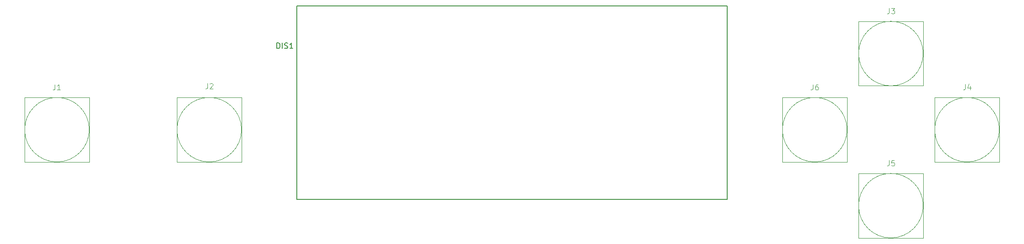
<source format=gbr>
%TF.GenerationSoftware,KiCad,Pcbnew,7.0.8*%
%TF.CreationDate,2023-11-30T13:58:36-08:00*%
%TF.ProjectId,LED_matrix,4c45445f-6d61-4747-9269-782e6b696361,rev?*%
%TF.SameCoordinates,Original*%
%TF.FileFunction,Legend,Top*%
%TF.FilePolarity,Positive*%
%FSLAX46Y46*%
G04 Gerber Fmt 4.6, Leading zero omitted, Abs format (unit mm)*
G04 Created by KiCad (PCBNEW 7.0.8) date 2023-11-30 13:58:36*
%MOMM*%
%LPD*%
G01*
G04 APERTURE LIST*
%ADD10C,0.100000*%
%ADD11C,0.150000*%
%ADD12C,0.127000*%
G04 APERTURE END LIST*
D10*
X179526666Y-32227419D02*
X179526666Y-32941704D01*
X179526666Y-32941704D02*
X179479047Y-33084561D01*
X179479047Y-33084561D02*
X179383809Y-33179800D01*
X179383809Y-33179800D02*
X179240952Y-33227419D01*
X179240952Y-33227419D02*
X179145714Y-33227419D01*
X180479047Y-32227419D02*
X180002857Y-32227419D01*
X180002857Y-32227419D02*
X179955238Y-32703609D01*
X179955238Y-32703609D02*
X180002857Y-32655990D01*
X180002857Y-32655990D02*
X180098095Y-32608371D01*
X180098095Y-32608371D02*
X180336190Y-32608371D01*
X180336190Y-32608371D02*
X180431428Y-32655990D01*
X180431428Y-32655990D02*
X180479047Y-32703609D01*
X180479047Y-32703609D02*
X180526666Y-32798847D01*
X180526666Y-32798847D02*
X180526666Y-33036942D01*
X180526666Y-33036942D02*
X180479047Y-33132180D01*
X180479047Y-33132180D02*
X180431428Y-33179800D01*
X180431428Y-33179800D02*
X180336190Y-33227419D01*
X180336190Y-33227419D02*
X180098095Y-33227419D01*
X180098095Y-33227419D02*
X180002857Y-33179800D01*
X180002857Y-33179800D02*
X179955238Y-33132180D01*
X24596666Y-18101419D02*
X24596666Y-18815704D01*
X24596666Y-18815704D02*
X24549047Y-18958561D01*
X24549047Y-18958561D02*
X24453809Y-19053800D01*
X24453809Y-19053800D02*
X24310952Y-19101419D01*
X24310952Y-19101419D02*
X24215714Y-19101419D01*
X25596666Y-19101419D02*
X25025238Y-19101419D01*
X25310952Y-19101419D02*
X25310952Y-18101419D01*
X25310952Y-18101419D02*
X25215714Y-18244276D01*
X25215714Y-18244276D02*
X25120476Y-18339514D01*
X25120476Y-18339514D02*
X25025238Y-18387133D01*
X193686666Y-18047419D02*
X193686666Y-18761704D01*
X193686666Y-18761704D02*
X193639047Y-18904561D01*
X193639047Y-18904561D02*
X193543809Y-18999800D01*
X193543809Y-18999800D02*
X193400952Y-19047419D01*
X193400952Y-19047419D02*
X193305714Y-19047419D01*
X194591428Y-18380752D02*
X194591428Y-19047419D01*
X194353333Y-17999800D02*
X194115238Y-18714085D01*
X194115238Y-18714085D02*
X194734285Y-18714085D01*
X165376666Y-18107419D02*
X165376666Y-18821704D01*
X165376666Y-18821704D02*
X165329047Y-18964561D01*
X165329047Y-18964561D02*
X165233809Y-19059800D01*
X165233809Y-19059800D02*
X165090952Y-19107419D01*
X165090952Y-19107419D02*
X164995714Y-19107419D01*
X166281428Y-18107419D02*
X166090952Y-18107419D01*
X166090952Y-18107419D02*
X165995714Y-18155038D01*
X165995714Y-18155038D02*
X165948095Y-18202657D01*
X165948095Y-18202657D02*
X165852857Y-18345514D01*
X165852857Y-18345514D02*
X165805238Y-18535990D01*
X165805238Y-18535990D02*
X165805238Y-18916942D01*
X165805238Y-18916942D02*
X165852857Y-19012180D01*
X165852857Y-19012180D02*
X165900476Y-19059800D01*
X165900476Y-19059800D02*
X165995714Y-19107419D01*
X165995714Y-19107419D02*
X166186190Y-19107419D01*
X166186190Y-19107419D02*
X166281428Y-19059800D01*
X166281428Y-19059800D02*
X166329047Y-19012180D01*
X166329047Y-19012180D02*
X166376666Y-18916942D01*
X166376666Y-18916942D02*
X166376666Y-18678847D01*
X166376666Y-18678847D02*
X166329047Y-18583609D01*
X166329047Y-18583609D02*
X166281428Y-18535990D01*
X166281428Y-18535990D02*
X166186190Y-18488371D01*
X166186190Y-18488371D02*
X165995714Y-18488371D01*
X165995714Y-18488371D02*
X165900476Y-18535990D01*
X165900476Y-18535990D02*
X165852857Y-18583609D01*
X165852857Y-18583609D02*
X165805238Y-18678847D01*
X52956666Y-17901420D02*
X52956666Y-18615705D01*
X52956666Y-18615705D02*
X52909047Y-18758562D01*
X52909047Y-18758562D02*
X52813809Y-18853801D01*
X52813809Y-18853801D02*
X52670952Y-18901420D01*
X52670952Y-18901420D02*
X52575714Y-18901420D01*
X53385238Y-17996658D02*
X53432857Y-17949039D01*
X53432857Y-17949039D02*
X53528095Y-17901420D01*
X53528095Y-17901420D02*
X53766190Y-17901420D01*
X53766190Y-17901420D02*
X53861428Y-17949039D01*
X53861428Y-17949039D02*
X53909047Y-17996658D01*
X53909047Y-17996658D02*
X53956666Y-18091896D01*
X53956666Y-18091896D02*
X53956666Y-18187134D01*
X53956666Y-18187134D02*
X53909047Y-18329991D01*
X53909047Y-18329991D02*
X53337619Y-18901420D01*
X53337619Y-18901420D02*
X53956666Y-18901420D01*
X179561666Y-3927419D02*
X179561666Y-4641704D01*
X179561666Y-4641704D02*
X179514047Y-4784561D01*
X179514047Y-4784561D02*
X179418809Y-4879800D01*
X179418809Y-4879800D02*
X179275952Y-4927419D01*
X179275952Y-4927419D02*
X179180714Y-4927419D01*
X179942619Y-3927419D02*
X180561666Y-3927419D01*
X180561666Y-3927419D02*
X180228333Y-4308371D01*
X180228333Y-4308371D02*
X180371190Y-4308371D01*
X180371190Y-4308371D02*
X180466428Y-4355990D01*
X180466428Y-4355990D02*
X180514047Y-4403609D01*
X180514047Y-4403609D02*
X180561666Y-4498847D01*
X180561666Y-4498847D02*
X180561666Y-4736942D01*
X180561666Y-4736942D02*
X180514047Y-4832180D01*
X180514047Y-4832180D02*
X180466428Y-4879800D01*
X180466428Y-4879800D02*
X180371190Y-4927419D01*
X180371190Y-4927419D02*
X180085476Y-4927419D01*
X180085476Y-4927419D02*
X179990238Y-4879800D01*
X179990238Y-4879800D02*
X179942619Y-4832180D01*
D11*
X65847619Y-11384819D02*
X65847619Y-10384819D01*
X65847619Y-10384819D02*
X66085714Y-10384819D01*
X66085714Y-10384819D02*
X66228571Y-10432438D01*
X66228571Y-10432438D02*
X66323809Y-10527676D01*
X66323809Y-10527676D02*
X66371428Y-10622914D01*
X66371428Y-10622914D02*
X66419047Y-10813390D01*
X66419047Y-10813390D02*
X66419047Y-10956247D01*
X66419047Y-10956247D02*
X66371428Y-11146723D01*
X66371428Y-11146723D02*
X66323809Y-11241961D01*
X66323809Y-11241961D02*
X66228571Y-11337200D01*
X66228571Y-11337200D02*
X66085714Y-11384819D01*
X66085714Y-11384819D02*
X65847619Y-11384819D01*
X66847619Y-11384819D02*
X66847619Y-10384819D01*
X67276190Y-11337200D02*
X67419047Y-11384819D01*
X67419047Y-11384819D02*
X67657142Y-11384819D01*
X67657142Y-11384819D02*
X67752380Y-11337200D01*
X67752380Y-11337200D02*
X67799999Y-11289580D01*
X67799999Y-11289580D02*
X67847618Y-11194342D01*
X67847618Y-11194342D02*
X67847618Y-11099104D01*
X67847618Y-11099104D02*
X67799999Y-11003866D01*
X67799999Y-11003866D02*
X67752380Y-10956247D01*
X67752380Y-10956247D02*
X67657142Y-10908628D01*
X67657142Y-10908628D02*
X67466666Y-10861009D01*
X67466666Y-10861009D02*
X67371428Y-10813390D01*
X67371428Y-10813390D02*
X67323809Y-10765771D01*
X67323809Y-10765771D02*
X67276190Y-10670533D01*
X67276190Y-10670533D02*
X67276190Y-10575295D01*
X67276190Y-10575295D02*
X67323809Y-10480057D01*
X67323809Y-10480057D02*
X67371428Y-10432438D01*
X67371428Y-10432438D02*
X67466666Y-10384819D01*
X67466666Y-10384819D02*
X67704761Y-10384819D01*
X67704761Y-10384819D02*
X67847618Y-10432438D01*
X68799999Y-11384819D02*
X68228571Y-11384819D01*
X68514285Y-11384819D02*
X68514285Y-10384819D01*
X68514285Y-10384819D02*
X68419047Y-10527676D01*
X68419047Y-10527676D02*
X68323809Y-10622914D01*
X68323809Y-10622914D02*
X68228571Y-10670533D01*
D10*
%TO.C,J5*%
X173860000Y-34640000D02*
X185860000Y-34640000D01*
X185860000Y-34640000D02*
X185860000Y-46640000D01*
X185860000Y-46640000D02*
X173860000Y-46640000D01*
X173860000Y-46640000D02*
X173860000Y-34640000D01*
X185860000Y-40640000D02*
G75*
G03*
X185860000Y-40640000I-6000000J0D01*
G01*
%TO.C,J1*%
X31000000Y-32510000D02*
X19000000Y-32510000D01*
X19000000Y-32510000D02*
X19000000Y-20510000D01*
X19000000Y-20510000D02*
X31000000Y-20510000D01*
X31000000Y-20510000D02*
X31000000Y-32510000D01*
X31000000Y-26510000D02*
G75*
G03*
X31000000Y-26510000I-6000000J0D01*
G01*
%TO.C,J4*%
X188000000Y-20510000D02*
X200000000Y-20510000D01*
X200000000Y-20510000D02*
X200000000Y-32510000D01*
X200000000Y-32510000D02*
X188000000Y-32510000D01*
X188000000Y-32510000D02*
X188000000Y-20510000D01*
X200000000Y-26510000D02*
G75*
G03*
X200000000Y-26510000I-6000000J0D01*
G01*
%TO.C,J6*%
X159720000Y-20510000D02*
X171720000Y-20510000D01*
X171720000Y-20510000D02*
X171720000Y-32510000D01*
X171720000Y-32510000D02*
X159720000Y-32510000D01*
X159720000Y-32510000D02*
X159720000Y-20510000D01*
X171720000Y-26510000D02*
G75*
G03*
X171720000Y-26510000I-6000000J0D01*
G01*
%TO.C,J2*%
X59280000Y-32510000D02*
X47280000Y-32510000D01*
X47280000Y-32510000D02*
X47280000Y-20510000D01*
X47280000Y-20510000D02*
X59280000Y-20510000D01*
X59280000Y-20510000D02*
X59280000Y-32510000D01*
X59280000Y-26510000D02*
G75*
G03*
X59280000Y-26510000I-6000000J0D01*
G01*
%TO.C,J3*%
X173860000Y-6350000D02*
X185860000Y-6350000D01*
X185860000Y-6350000D02*
X185860000Y-18350000D01*
X185860000Y-18350000D02*
X173860000Y-18350000D01*
X173860000Y-18350000D02*
X173860000Y-6350000D01*
X185860000Y-12350000D02*
G75*
G03*
X185860000Y-12350000I-6000000J0D01*
G01*
D12*
%TO.C,DIS1*%
X69500000Y-3500000D02*
X69500000Y-39500000D01*
X69500000Y-3500000D02*
X149500000Y-3500000D01*
X69500000Y-39500000D02*
X149500000Y-39500000D01*
X149500000Y-39500000D02*
X149500000Y-3500000D01*
%TD*%
M02*

</source>
